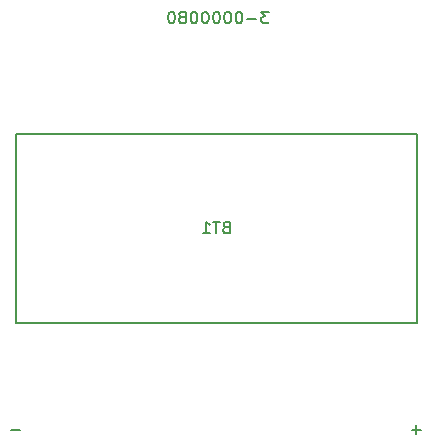
<source format=gbr>
%TF.GenerationSoftware,KiCad,Pcbnew,(5.1.7)-1*%
%TF.CreationDate,2021-04-21T21:28:38-05:00*%
%TF.ProjectId,blinky_kit_pcb,626c696e-6b79-45f6-9b69-745f7063622e,1.0*%
%TF.SameCoordinates,Original*%
%TF.FileFunction,Legend,Bot*%
%TF.FilePolarity,Positive*%
%FSLAX46Y46*%
G04 Gerber Fmt 4.6, Leading zero omitted, Abs format (unit mm)*
G04 Created by KiCad (PCBNEW (5.1.7)-1) date 2021-04-21 21:28:38*
%MOMM*%
%LPD*%
G01*
G04 APERTURE LIST*
%ADD10C,0.150000*%
G04 APERTURE END LIST*
D10*
X145382714Y-79462380D02*
X144763666Y-79462380D01*
X145097000Y-79843333D01*
X144954142Y-79843333D01*
X144858904Y-79890952D01*
X144811285Y-79938571D01*
X144763666Y-80033809D01*
X144763666Y-80271904D01*
X144811285Y-80367142D01*
X144858904Y-80414761D01*
X144954142Y-80462380D01*
X145239857Y-80462380D01*
X145335095Y-80414761D01*
X145382714Y-80367142D01*
X144335095Y-80081428D02*
X143573190Y-80081428D01*
X142906523Y-79462380D02*
X142811285Y-79462380D01*
X142716047Y-79510000D01*
X142668428Y-79557619D01*
X142620809Y-79652857D01*
X142573190Y-79843333D01*
X142573190Y-80081428D01*
X142620809Y-80271904D01*
X142668428Y-80367142D01*
X142716047Y-80414761D01*
X142811285Y-80462380D01*
X142906523Y-80462380D01*
X143001761Y-80414761D01*
X143049380Y-80367142D01*
X143097000Y-80271904D01*
X143144619Y-80081428D01*
X143144619Y-79843333D01*
X143097000Y-79652857D01*
X143049380Y-79557619D01*
X143001761Y-79510000D01*
X142906523Y-79462380D01*
X141954142Y-79462380D02*
X141858904Y-79462380D01*
X141763666Y-79510000D01*
X141716047Y-79557619D01*
X141668428Y-79652857D01*
X141620809Y-79843333D01*
X141620809Y-80081428D01*
X141668428Y-80271904D01*
X141716047Y-80367142D01*
X141763666Y-80414761D01*
X141858904Y-80462380D01*
X141954142Y-80462380D01*
X142049380Y-80414761D01*
X142097000Y-80367142D01*
X142144619Y-80271904D01*
X142192238Y-80081428D01*
X142192238Y-79843333D01*
X142144619Y-79652857D01*
X142097000Y-79557619D01*
X142049380Y-79510000D01*
X141954142Y-79462380D01*
X141001761Y-79462380D02*
X140906523Y-79462380D01*
X140811285Y-79510000D01*
X140763666Y-79557619D01*
X140716047Y-79652857D01*
X140668428Y-79843333D01*
X140668428Y-80081428D01*
X140716047Y-80271904D01*
X140763666Y-80367142D01*
X140811285Y-80414761D01*
X140906523Y-80462380D01*
X141001761Y-80462380D01*
X141097000Y-80414761D01*
X141144619Y-80367142D01*
X141192238Y-80271904D01*
X141239857Y-80081428D01*
X141239857Y-79843333D01*
X141192238Y-79652857D01*
X141144619Y-79557619D01*
X141097000Y-79510000D01*
X141001761Y-79462380D01*
X140049380Y-79462380D02*
X139954142Y-79462380D01*
X139858904Y-79510000D01*
X139811285Y-79557619D01*
X139763666Y-79652857D01*
X139716047Y-79843333D01*
X139716047Y-80081428D01*
X139763666Y-80271904D01*
X139811285Y-80367142D01*
X139858904Y-80414761D01*
X139954142Y-80462380D01*
X140049380Y-80462380D01*
X140144619Y-80414761D01*
X140192238Y-80367142D01*
X140239857Y-80271904D01*
X140287476Y-80081428D01*
X140287476Y-79843333D01*
X140239857Y-79652857D01*
X140192238Y-79557619D01*
X140144619Y-79510000D01*
X140049380Y-79462380D01*
X139097000Y-79462380D02*
X139001761Y-79462380D01*
X138906523Y-79510000D01*
X138858904Y-79557619D01*
X138811285Y-79652857D01*
X138763666Y-79843333D01*
X138763666Y-80081428D01*
X138811285Y-80271904D01*
X138858904Y-80367142D01*
X138906523Y-80414761D01*
X139001761Y-80462380D01*
X139097000Y-80462380D01*
X139192238Y-80414761D01*
X139239857Y-80367142D01*
X139287476Y-80271904D01*
X139335095Y-80081428D01*
X139335095Y-79843333D01*
X139287476Y-79652857D01*
X139239857Y-79557619D01*
X139192238Y-79510000D01*
X139097000Y-79462380D01*
X138192238Y-79890952D02*
X138287476Y-79843333D01*
X138335095Y-79795714D01*
X138382714Y-79700476D01*
X138382714Y-79652857D01*
X138335095Y-79557619D01*
X138287476Y-79510000D01*
X138192238Y-79462380D01*
X138001761Y-79462380D01*
X137906523Y-79510000D01*
X137858904Y-79557619D01*
X137811285Y-79652857D01*
X137811285Y-79700476D01*
X137858904Y-79795714D01*
X137906523Y-79843333D01*
X138001761Y-79890952D01*
X138192238Y-79890952D01*
X138287476Y-79938571D01*
X138335095Y-79986190D01*
X138382714Y-80081428D01*
X138382714Y-80271904D01*
X138335095Y-80367142D01*
X138287476Y-80414761D01*
X138192238Y-80462380D01*
X138001761Y-80462380D01*
X137906523Y-80414761D01*
X137858904Y-80367142D01*
X137811285Y-80271904D01*
X137811285Y-80081428D01*
X137858904Y-79986190D01*
X137906523Y-79938571D01*
X138001761Y-79890952D01*
X137192238Y-79462380D02*
X137097000Y-79462380D01*
X137001761Y-79510000D01*
X136954142Y-79557619D01*
X136906523Y-79652857D01*
X136858904Y-79843333D01*
X136858904Y-80081428D01*
X136906523Y-80271904D01*
X136954142Y-80367142D01*
X137001761Y-80414761D01*
X137097000Y-80462380D01*
X137192238Y-80462380D01*
X137287476Y-80414761D01*
X137335095Y-80367142D01*
X137382714Y-80271904D01*
X137430333Y-80081428D01*
X137430333Y-79843333D01*
X137382714Y-79652857D01*
X137335095Y-79557619D01*
X137287476Y-79510000D01*
X137192238Y-79462380D01*
X157480047Y-114879428D02*
X158241952Y-114879428D01*
X157861000Y-115260380D02*
X157861000Y-114498476D01*
X123571047Y-114879428D02*
X124332952Y-114879428D01*
%TO.C,BT1*%
X157970000Y-89790000D02*
X123970000Y-89790000D01*
X157970000Y-105790000D02*
X157970000Y-89790000D01*
X123970000Y-105790000D02*
X157970000Y-105790000D01*
X123970000Y-89790000D02*
X123970000Y-105790000D01*
X141755714Y-97718571D02*
X141612857Y-97766190D01*
X141565238Y-97813809D01*
X141517619Y-97909047D01*
X141517619Y-98051904D01*
X141565238Y-98147142D01*
X141612857Y-98194761D01*
X141708095Y-98242380D01*
X142089047Y-98242380D01*
X142089047Y-97242380D01*
X141755714Y-97242380D01*
X141660476Y-97290000D01*
X141612857Y-97337619D01*
X141565238Y-97432857D01*
X141565238Y-97528095D01*
X141612857Y-97623333D01*
X141660476Y-97670952D01*
X141755714Y-97718571D01*
X142089047Y-97718571D01*
X141231904Y-97242380D02*
X140660476Y-97242380D01*
X140946190Y-98242380D02*
X140946190Y-97242380D01*
X139803333Y-98242380D02*
X140374761Y-98242380D01*
X140089047Y-98242380D02*
X140089047Y-97242380D01*
X140184285Y-97385238D01*
X140279523Y-97480476D01*
X140374761Y-97528095D01*
%TD*%
M02*

</source>
